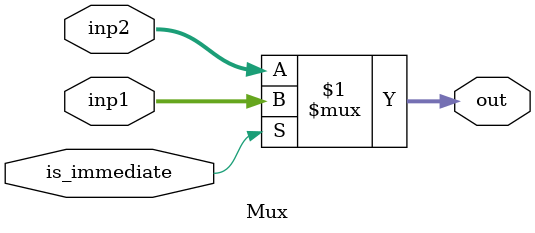
<source format=v>
module Mux
  (
    input is_immediate,
    input [31:0] inp1,inp2,
    output [31:0] out
  );
  assign out = (is_immediate)?(inp1):(inp2);
endmodule 

</source>
